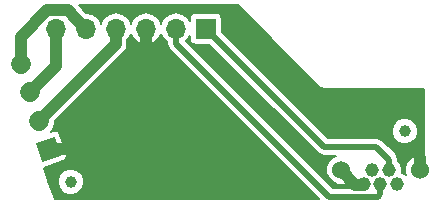
<source format=gtl>
G04 #@! TF.FileFunction,Copper,L1,Top,Signal*
%FSLAX46Y46*%
G04 Gerber Fmt 4.6, Leading zero omitted, Abs format (unit mm)*
G04 Created by KiCad (PCBNEW 4.0.7-e2-6376~58~ubuntu16.04.1) date Sat Jul  7 00:38:20 2018*
%MOMM*%
%LPD*%
G01*
G04 APERTURE LIST*
%ADD10C,0.100000*%
%ADD11C,0.600000*%
%ADD12C,1.000000*%
%ADD13C,1.700000*%
%ADD14R,1.700000X1.700000*%
%ADD15O,1.700000X1.700000*%
%ADD16C,1.524000*%
%ADD17C,1.150000*%
%ADD18C,0.500000*%
%ADD19C,1.000000*%
%ADD20C,0.200000*%
G04 APERTURE END LIST*
D10*
D11*
X125440440Y-75120500D03*
X120553480Y-70279260D03*
X134038340Y-72443340D03*
X129293620Y-67721480D03*
X138153140Y-71798180D03*
X133822440Y-67632580D03*
D12*
X143847820Y-72196960D03*
D10*
G36*
X114208734Y-72628938D02*
X114734062Y-74245734D01*
X113117266Y-74771062D01*
X112591938Y-73154266D01*
X114208734Y-72628938D01*
X114208734Y-72628938D01*
G37*
D13*
X112878097Y-71284316D02*
X112878097Y-71284316D01*
X112093194Y-68868633D02*
X112093194Y-68868633D01*
X111308291Y-66452949D02*
X111308291Y-66452949D01*
D14*
X127000000Y-63500000D03*
D15*
X124460000Y-63500000D03*
X121920000Y-63500000D03*
X119380000Y-63500000D03*
X116840000Y-63500000D03*
X114300000Y-63500000D03*
D11*
X130423920Y-64035940D03*
D12*
X115570000Y-76454000D03*
D16*
X145108500Y-75488800D03*
X138458500Y-75438800D03*
D17*
X140383500Y-76688800D03*
X141783500Y-76688800D03*
X143183500Y-76688800D03*
X141033500Y-75488800D03*
X142533500Y-75488800D03*
D18*
X127000000Y-63500000D02*
X137002520Y-73502520D01*
X142533500Y-74588500D02*
X142533500Y-75488800D01*
X137002520Y-73502520D02*
X141447520Y-73502520D01*
X141447520Y-73502520D02*
X142533500Y-74588500D01*
X141783500Y-76688800D02*
X141783500Y-77537328D01*
X141783500Y-77537328D02*
X141558728Y-77762100D01*
X141558728Y-77762100D02*
X137454640Y-77762100D01*
X124465080Y-63505080D02*
X124460000Y-63500000D01*
X137454640Y-77762100D02*
X124465080Y-64772540D01*
X124465080Y-64772540D02*
X124465080Y-63505080D01*
D19*
X121920000Y-63500000D02*
X121920000Y-64702081D01*
X121920000Y-64702081D02*
X121960640Y-64742721D01*
X113663000Y-73700000D02*
X115456340Y-73700000D01*
X138458500Y-75438800D02*
X138458500Y-75504600D01*
X140377000Y-76695300D02*
X140383500Y-76688800D01*
X138458500Y-75504600D02*
X139649200Y-76695300D01*
X139649200Y-76695300D02*
X140377000Y-76695300D01*
X145108500Y-75488800D02*
X145108500Y-74411170D01*
X119380000Y-63500000D02*
X119367300Y-63512700D01*
X119367300Y-63512700D02*
X119367300Y-64795113D01*
X119367300Y-64795113D02*
X113728096Y-70434317D01*
X113728096Y-70434317D02*
X112878097Y-71284316D01*
X114300000Y-63500000D02*
X114300000Y-66661827D01*
X114300000Y-66661827D02*
X112093194Y-68868633D01*
X111308291Y-66452949D02*
X111308291Y-64197707D01*
X111308291Y-64197707D02*
X113555999Y-61949999D01*
X113555999Y-61949999D02*
X115289999Y-61949999D01*
X115289999Y-61949999D02*
X115990001Y-62650001D01*
X115990001Y-62650001D02*
X116840000Y-63500000D01*
D20*
G36*
X123212763Y-64043071D02*
X123505406Y-64481042D01*
X123715080Y-64621142D01*
X123715080Y-64772540D01*
X123772170Y-65059553D01*
X123934750Y-65302870D01*
X136542880Y-77911000D01*
X114199078Y-77911000D01*
X113762558Y-76671844D01*
X114469810Y-76671844D01*
X114636922Y-77076286D01*
X114946087Y-77385991D01*
X115350237Y-77553808D01*
X115787844Y-77554190D01*
X116192286Y-77387078D01*
X116501991Y-77077913D01*
X116669808Y-76673763D01*
X116670190Y-76236156D01*
X116503078Y-75831714D01*
X116193913Y-75522009D01*
X115789763Y-75354192D01*
X115352156Y-75353810D01*
X114947714Y-75520922D01*
X114638009Y-75830087D01*
X114470192Y-76234237D01*
X114469810Y-76671844D01*
X113762558Y-76671844D01*
X113264190Y-75257125D01*
X113274801Y-75255906D01*
X114891597Y-74730578D01*
X115057043Y-74640163D01*
X115185052Y-74483429D01*
X115241997Y-74289242D01*
X115218906Y-74088199D01*
X114693578Y-72471403D01*
X114603163Y-72305957D01*
X114446429Y-72177948D01*
X114252242Y-72121003D01*
X114051199Y-72144094D01*
X113854702Y-72207940D01*
X114106109Y-71889031D01*
X114249089Y-71382065D01*
X114243318Y-71333309D01*
X120074407Y-65502220D01*
X120291180Y-65177797D01*
X120367300Y-64795113D01*
X120367300Y-64432094D01*
X120627237Y-64043071D01*
X120650000Y-63928634D01*
X120672763Y-64043071D01*
X120965406Y-64481042D01*
X121403377Y-64773685D01*
X121920000Y-64876448D01*
X122436623Y-64773685D01*
X122874594Y-64481042D01*
X123167237Y-64043071D01*
X123190000Y-63928634D01*
X123212763Y-64043071D01*
X123212763Y-64043071D01*
G37*
X123212763Y-64043071D02*
X123505406Y-64481042D01*
X123715080Y-64621142D01*
X123715080Y-64772540D01*
X123772170Y-65059553D01*
X123934750Y-65302870D01*
X136542880Y-77911000D01*
X114199078Y-77911000D01*
X113762558Y-76671844D01*
X114469810Y-76671844D01*
X114636922Y-77076286D01*
X114946087Y-77385991D01*
X115350237Y-77553808D01*
X115787844Y-77554190D01*
X116192286Y-77387078D01*
X116501991Y-77077913D01*
X116669808Y-76673763D01*
X116670190Y-76236156D01*
X116503078Y-75831714D01*
X116193913Y-75522009D01*
X115789763Y-75354192D01*
X115352156Y-75353810D01*
X114947714Y-75520922D01*
X114638009Y-75830087D01*
X114470192Y-76234237D01*
X114469810Y-76671844D01*
X113762558Y-76671844D01*
X113264190Y-75257125D01*
X113274801Y-75255906D01*
X114891597Y-74730578D01*
X115057043Y-74640163D01*
X115185052Y-74483429D01*
X115241997Y-74289242D01*
X115218906Y-74088199D01*
X114693578Y-72471403D01*
X114603163Y-72305957D01*
X114446429Y-72177948D01*
X114252242Y-72121003D01*
X114051199Y-72144094D01*
X113854702Y-72207940D01*
X114106109Y-71889031D01*
X114249089Y-71382065D01*
X114243318Y-71333309D01*
X120074407Y-65502220D01*
X120291180Y-65177797D01*
X120367300Y-64795113D01*
X120367300Y-64432094D01*
X120627237Y-64043071D01*
X120650000Y-63928634D01*
X120672763Y-64043071D01*
X120965406Y-64481042D01*
X121403377Y-64773685D01*
X121920000Y-64876448D01*
X122436623Y-64773685D01*
X122874594Y-64481042D01*
X123167237Y-64043071D01*
X123190000Y-63928634D01*
X123212763Y-64043071D01*
G36*
X125640205Y-64350000D02*
X125675069Y-64535289D01*
X125784575Y-64705465D01*
X125951661Y-64819630D01*
X126150000Y-64859795D01*
X127299135Y-64859795D01*
X136472190Y-74032850D01*
X136715507Y-74195430D01*
X137002520Y-74252520D01*
X138024788Y-74252520D01*
X137744568Y-74368305D01*
X137389252Y-74723001D01*
X137196720Y-75186671D01*
X137196281Y-75688726D01*
X137388005Y-76152732D01*
X137742701Y-76508048D01*
X138206371Y-76700580D01*
X138708426Y-76701019D01*
X139172432Y-76509295D01*
X139380143Y-76301946D01*
X139308687Y-76474031D01*
X139308314Y-76901693D01*
X139353933Y-77012100D01*
X137765300Y-77012100D01*
X125306481Y-64553281D01*
X125414594Y-64481042D01*
X125640205Y-64143391D01*
X125640205Y-64350000D01*
X125640205Y-64350000D01*
G37*
X125640205Y-64350000D02*
X125675069Y-64535289D01*
X125784575Y-64705465D01*
X125951661Y-64819630D01*
X126150000Y-64859795D01*
X127299135Y-64859795D01*
X136472190Y-74032850D01*
X136715507Y-74195430D01*
X137002520Y-74252520D01*
X138024788Y-74252520D01*
X137744568Y-74368305D01*
X137389252Y-74723001D01*
X137196720Y-75186671D01*
X137196281Y-75688726D01*
X137388005Y-76152732D01*
X137742701Y-76508048D01*
X138206371Y-76700580D01*
X138708426Y-76701019D01*
X139172432Y-76509295D01*
X139380143Y-76301946D01*
X139308687Y-76474031D01*
X139308314Y-76901693D01*
X139353933Y-77012100D01*
X137765300Y-77012100D01*
X125306481Y-64553281D01*
X125414594Y-64481042D01*
X125640205Y-64143391D01*
X125640205Y-64350000D01*
G36*
X136593414Y-68406586D02*
X136779957Y-68531231D01*
X137000000Y-68575000D01*
X145475000Y-68575000D01*
X145475000Y-74274511D01*
X145360629Y-74227020D01*
X144858574Y-74226581D01*
X144394568Y-74418305D01*
X144039252Y-74773001D01*
X143846720Y-75236671D01*
X143846281Y-75738726D01*
X143911427Y-75896391D01*
X143793233Y-75777991D01*
X143608315Y-75701206D01*
X143608686Y-75275907D01*
X143445372Y-74880657D01*
X143283500Y-74718503D01*
X143283500Y-74588500D01*
X143226410Y-74301487D01*
X143063830Y-74058170D01*
X141977850Y-72972190D01*
X141734533Y-72809610D01*
X141447520Y-72752520D01*
X137313180Y-72752520D01*
X136975464Y-72414804D01*
X142747630Y-72414804D01*
X142914742Y-72819246D01*
X143223907Y-73128951D01*
X143628057Y-73296768D01*
X144065664Y-73297150D01*
X144470106Y-73130038D01*
X144779811Y-72820873D01*
X144947628Y-72416723D01*
X144948010Y-71979116D01*
X144780898Y-71574674D01*
X144471733Y-71264969D01*
X144067583Y-71097152D01*
X143629976Y-71096770D01*
X143225534Y-71263882D01*
X142915829Y-71573047D01*
X142748012Y-71977197D01*
X142747630Y-72414804D01*
X136975464Y-72414804D01*
X128359795Y-63799135D01*
X128359795Y-62650000D01*
X128324931Y-62464711D01*
X128215425Y-62294535D01*
X128048339Y-62180370D01*
X127850000Y-62140205D01*
X126150000Y-62140205D01*
X125964711Y-62175069D01*
X125794535Y-62284575D01*
X125680370Y-62451661D01*
X125640205Y-62650000D01*
X125640205Y-62856609D01*
X125414594Y-62518958D01*
X124976623Y-62226315D01*
X124460000Y-62123552D01*
X123943377Y-62226315D01*
X123505406Y-62518958D01*
X123212763Y-62956929D01*
X123190000Y-63071366D01*
X123167237Y-62956929D01*
X122874594Y-62518958D01*
X122436623Y-62226315D01*
X121920000Y-62123552D01*
X121403377Y-62226315D01*
X120965406Y-62518958D01*
X120672763Y-62956929D01*
X120650000Y-63071366D01*
X120627237Y-62956929D01*
X120334594Y-62518958D01*
X119896623Y-62226315D01*
X119380000Y-62123552D01*
X118863377Y-62226315D01*
X118425406Y-62518958D01*
X118132763Y-62956929D01*
X118110000Y-63071366D01*
X118087237Y-62956929D01*
X117794594Y-62518958D01*
X117356623Y-62226315D01*
X116887143Y-62132929D01*
X116289214Y-61535000D01*
X129721828Y-61535000D01*
X136593414Y-68406586D01*
X136593414Y-68406586D01*
G37*
X136593414Y-68406586D02*
X136779957Y-68531231D01*
X137000000Y-68575000D01*
X145475000Y-68575000D01*
X145475000Y-74274511D01*
X145360629Y-74227020D01*
X144858574Y-74226581D01*
X144394568Y-74418305D01*
X144039252Y-74773001D01*
X143846720Y-75236671D01*
X143846281Y-75738726D01*
X143911427Y-75896391D01*
X143793233Y-75777991D01*
X143608315Y-75701206D01*
X143608686Y-75275907D01*
X143445372Y-74880657D01*
X143283500Y-74718503D01*
X143283500Y-74588500D01*
X143226410Y-74301487D01*
X143063830Y-74058170D01*
X141977850Y-72972190D01*
X141734533Y-72809610D01*
X141447520Y-72752520D01*
X137313180Y-72752520D01*
X136975464Y-72414804D01*
X142747630Y-72414804D01*
X142914742Y-72819246D01*
X143223907Y-73128951D01*
X143628057Y-73296768D01*
X144065664Y-73297150D01*
X144470106Y-73130038D01*
X144779811Y-72820873D01*
X144947628Y-72416723D01*
X144948010Y-71979116D01*
X144780898Y-71574674D01*
X144471733Y-71264969D01*
X144067583Y-71097152D01*
X143629976Y-71096770D01*
X143225534Y-71263882D01*
X142915829Y-71573047D01*
X142748012Y-71977197D01*
X142747630Y-72414804D01*
X136975464Y-72414804D01*
X128359795Y-63799135D01*
X128359795Y-62650000D01*
X128324931Y-62464711D01*
X128215425Y-62294535D01*
X128048339Y-62180370D01*
X127850000Y-62140205D01*
X126150000Y-62140205D01*
X125964711Y-62175069D01*
X125794535Y-62284575D01*
X125680370Y-62451661D01*
X125640205Y-62650000D01*
X125640205Y-62856609D01*
X125414594Y-62518958D01*
X124976623Y-62226315D01*
X124460000Y-62123552D01*
X123943377Y-62226315D01*
X123505406Y-62518958D01*
X123212763Y-62956929D01*
X123190000Y-63071366D01*
X123167237Y-62956929D01*
X122874594Y-62518958D01*
X122436623Y-62226315D01*
X121920000Y-62123552D01*
X121403377Y-62226315D01*
X120965406Y-62518958D01*
X120672763Y-62956929D01*
X120650000Y-63071366D01*
X120627237Y-62956929D01*
X120334594Y-62518958D01*
X119896623Y-62226315D01*
X119380000Y-62123552D01*
X118863377Y-62226315D01*
X118425406Y-62518958D01*
X118132763Y-62956929D01*
X118110000Y-63071366D01*
X118087237Y-62956929D01*
X117794594Y-62518958D01*
X117356623Y-62226315D01*
X116887143Y-62132929D01*
X116289214Y-61535000D01*
X129721828Y-61535000D01*
X136593414Y-68406586D01*
M02*

</source>
